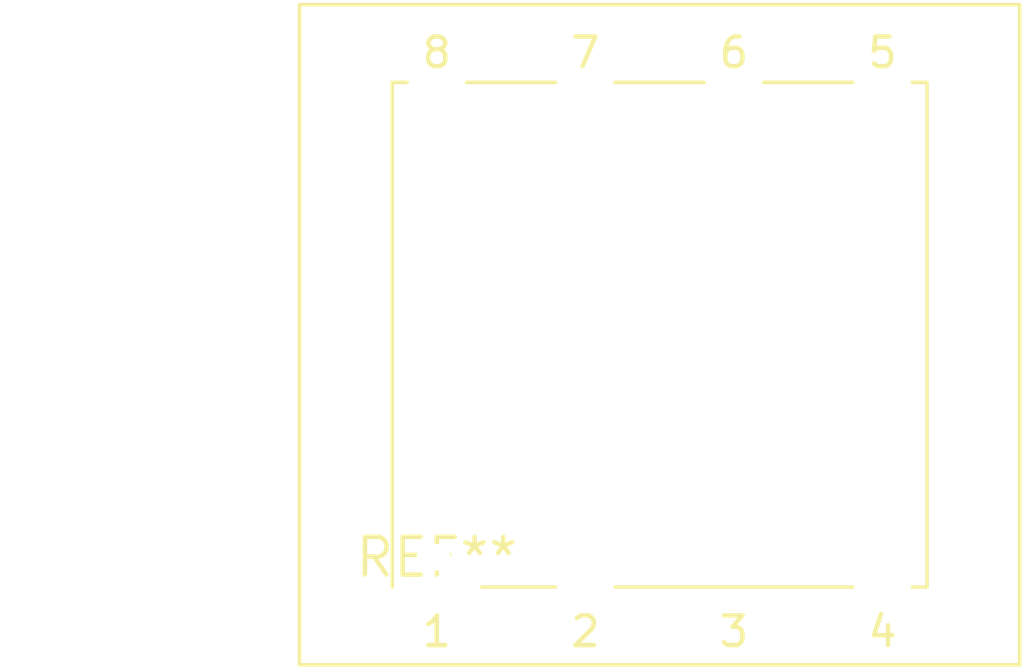
<source format=kicad_pcb>
(kicad_pcb (version 20240108) (generator pcbnew)
  (layers (0 "F.Cu" signal) (31 "B.Cu" signal) (34 "B.Paste" user) (35 "F.Paste" user) (36 "B.SilkS" user "B.Silkscreen") (37 "F.SilkS" user "F.Silkscreen") (38 "B.Mask" user) (39 "F.Mask" user) (44 "Edge.Cuts" user))
  (net 0 "")
  (footprint "Transformer_Breve_TEZ-22x24" (layer "F.Cu") (at 0 0)
    (property "Reference" "REF**")
    (property "Value" "Transformer_Breve_TEZ-22x24")
    (fp_line (start -4.62 -18.62) (end -4.62 3.62) (layer "F.SilkS") (stroke (width 0.12)))
    (fp_line (start -4.62 -18.62) (end 19.62 -18.62) (layer "F.SilkS") (stroke (width 0.12)))
    (fp_line (start -1.5 1) (end -1.5 -16) (layer "F.SilkS") (stroke (width 0.12)))
    (fp_line (start -1 -16) (end -1.5 -16) (layer "F.SilkS") (stroke (width 0.12)))
    (fp_line (start 1 -16) (end 4 -16) (layer "F.SilkS") (stroke (width 0.12)))
    (fp_line (start 4 1) (end 1.5 1) (layer "F.SilkS") (stroke (width 0.12)))
    (fp_line (start 6 -16) (end 9 -16) (layer "F.SilkS") (stroke (width 0.12)))
    (fp_line (start 6 1) (end 14 1) (layer "F.SilkS") (stroke (width 0.12)))
    (fp_line (start 11 -16) (end 14 -16) (layer "F.SilkS") (stroke (width 0.12)))
    (fp_line (start 16 -16) (end 16.5 -16) (layer "F.SilkS") (stroke (width 0.12)))
    (fp_line (start 16 1) (end 16.5 1) (layer "F.SilkS") (stroke (width 0.12)))
    (fp_line (start 16.5 1) (end 16.5 -16) (layer "F.SilkS") (stroke (width 0.12)))
    (fp_line (start 19.62 3.62) (end -4.62 3.62) (layer "F.SilkS") (stroke (width 0.12)))
    (fp_line (start 19.62 3.62) (end 19.62 -18.62) (layer "F.SilkS") (stroke (width 0.12)))
    (fp_text user "8" (at 0 -17 0) (layer "F.SilkS"))
    (fp_text user "5" (at 15 -17 0) (layer "F.SilkS"))
    (fp_text user "2" (at 5 2.5 0) (layer "F.SilkS"))
    (fp_text user "4" (at 15 2.5 0) (layer "F.SilkS"))
    (fp_text user "3" (at 10 2.5 0) (layer "F.SilkS"))
    (fp_text user "7" (at 5 -17 0) (layer "F.SilkS"))
    (fp_text user "6" (at 10 -17 0) (layer "F.SilkS"))
    (fp_text user "1" (at 0 2.5 0) (layer "F.SilkS"))
    (pad "1" thru_hole rect (at 0 0) (size 2 2) (drill 0.9) (layers *.Cu *.Mask) (remove_unused_layers))
    (pad "2" thru_hole circle (at 5 0) (size 2 2) (drill 0.9) (layers *.Cu *.Mask) (remove_unused_layers))
    (pad "4" thru_hole circle (at 15 0) (size 2 2) (drill 0.9) (layers *.Cu *.Mask) (remove_unused_layers))
    (pad "5" thru_hole circle (at 15 -15) (size 2 2) (drill 0.9) (layers *.Cu *.Mask) (remove_unused_layers))
    (pad "6" thru_hole circle (at 10 -15) (size 2 2) (drill 0.9) (layers *.Cu *.Mask) (remove_unused_layers))
    (pad "7" thru_hole circle (at 5 -15) (size 2 2) (drill 0.9) (layers *.Cu *.Mask) (remove_unused_layers))
    (pad "8" thru_hole circle (at 0 -15) (size 2 2) (drill 0.9) (layers *.Cu *.Mask) (remove_unused_layers))
  )
)
</source>
